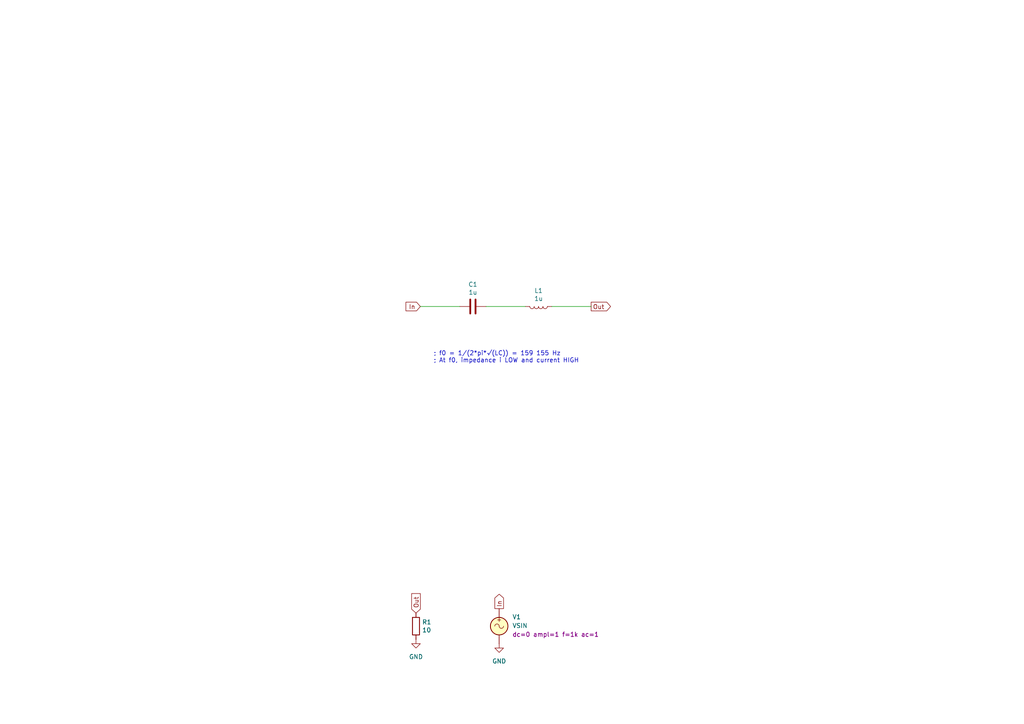
<source format=kicad_sch>
(kicad_sch (version 20250114) (generator "eeschema") (generator_version "9.0")
  (paper "A4")
  (title_block (title "LC Series resonance") (date "2025-09-13") (company "GitHub/OJStuff"))
  (lib_symbols
    (symbol "Device:C" (pin_numbers (hide yes)) (pin_names (offset 0.254))
      (property "Reference" "C" (at 0.635 2.54 0))
      (property "Value" "C" (at 0.635 -2.54 0))
      (symbol "C_0_1"
        (polyline (pts (xy -2.032 0.762) (xy 2.032 0.762)) (stroke (width 0.508)))
        (polyline (pts (xy -2.032 -0.762) (xy 2.032 -0.762)) (stroke (width 0.508)))
      )
      (symbol "C_1_1"
        (pin passive line (at 0 3.81 270) (length 2.794) (name "~") (number "1"))
        (pin passive line (at 0 -3.81 90) (length 2.794) (name "~") (number "2"))
      )
    )
    (symbol "Device:L" (pin_numbers (hide yes)) (pin_names (offset 1.016) (hide yes))
      (property "Reference" "L" (at -1.27 0 90))
      (property "Value" "L" (at 1.905 0 90))
      (symbol "L_0_1"
        (arc (start 0 2.54) (mid 0.6323 1.905) (end 0 1.27))
        (arc (start 0 1.27) (mid 0.6323 0.635) (end 0 0))
        (arc (start 0 0) (mid 0.6323 -0.635) (end 0 -1.27))
        (arc (start 0 -1.27) (mid 0.6323 -1.905) (end 0 -2.54))
      )
      (symbol "L_1_1"
        (pin passive line (at 0 3.81 270) (length 1.27) (name "1") (number "1"))
        (pin passive line (at 0 -3.81 90) (length 1.27) (name "2") (number "2"))
      )
    )
    (symbol "Device:R" (pin_numbers (hide yes)) (pin_names (offset 0))
      (property "Reference" "R" (at 2.032 0 90))
      (property "Value" "R" (at 0 0 90))
      (symbol "R_0_1"
        (rectangle (start -1.016 -2.54) (end 1.016 2.54) (stroke (width 0.254)))
      )
      (symbol "R_1_1"
        (pin passive line (at 0 3.81 270) (length 1.27) (name "~") (number "1"))
        (pin passive line (at 0 -3.81 90) (length 1.27) (name "~") (number "2"))
      )
    )
    (symbol "Simulation_SPICE:VSIN" (pin_numbers (hide yes)) (pin_names (offset 0.0254))
      (property "Reference" "V" (at 2.54 2.54 0))
      (property "Value" "VSIN" (at 2.54 0 0))
      (property "Sim.Params" "dc=0 ampl=1 f=1k ac=1" (at 2.54 -2.54 0))
      (symbol "VSIN_0_0"
        (arc (start -1.27 0) (mid -0.635 0.6323) (end 0 0))
        (arc (start 1.27 0) (mid 0.635 -0.6323) (end 0 0))
        (text "+" (at 0 1.905 0) (effects (font (size 1.27 1.27))))
      )
      (symbol "VSIN_0_1"
        (circle (center 0 0) (radius 2.54) (stroke (width 0.254)) (fill (type background)))
      )
      (symbol "VSIN_1_1"
        (pin passive line (at 0 5.08 270) (length 2.54) (name "~") (number "1"))
        (pin passive line (at 0 -5.08 90) (length 2.54) (name "~") (number "2"))
      )
    )
    (symbol "power:GND" (power) (pin_numbers (hide yes)) (pin_names (offset 0) (hide yes))
      (property "Value" "GND" (at 0 -3.81 0))
      (symbol "GND_0_1"
        (polyline (pts (xy 0 0) (xy 0 -1.27) (xy 1.27 -1.27) (xy 0 -2.54) (xy -1.27 -1.27) (xy 0 -1.27)))
      )
      (symbol "GND_1_1"
        (pin power_in line (at 0 0 270) (length 0) (name "~") (number "1"))
      )
    )
  )
  (text "; f0 = 1/(2*pi*√(LC)) = 159 155 Hz\n; At f0, impedance i LOW and current HIGH" (at 125.73 105.41 0) (effects (font (size 1.27 1.27)) (justify left bottom)))
  (wire (pts (xy 160.02 88.9) (xy 171.45 88.9)))
  (wire (pts (xy 121.92 88.9) (xy 133.35 88.9)))
  (wire (pts (xy 140.97 88.9) (xy 152.4 88.9)))
  (global_label "In" (shape output) (at 144.78 176.53 90) (property "Intersheetrefs" "${INTERSHEET_REFS}" (effects (hide yes))))
  (global_label "In" (shape input) (at 121.92 88.9 180) (property "Intersheetrefs" "${INTERSHEET_REFS}" (effects (hide yes))))
  (global_label "Out" (shape input) (at 120.65 177.8 90) (property "Intersheetrefs" "${INTERSHEET_REFS}" (effects (hide yes))))
  (global_label "Out" (shape output) (at 171.45 88.9 0) (property "Intersheetrefs" "${INTERSHEET_REFS}" (effects (hide yes))))
  (symbol (lib_id "power:GND") (at 144.78 186.69 0) (unit 1)
    (property "Reference" "#PWR02" (effects (hide yes)))
    (property "Value" "GND" (at 144.78 191.77 0))
    (property "Description" "Power symbol creates a global label with name \"GND\" , ground" (effects (hide yes)))
  )
  (symbol (lib_id "power:GND") (at 120.65 185.42 0) (unit 1)
    (property "Reference" "#PWR01" (effects (hide yes)))
    (property "Value" "GND" (at 120.65 190.5 0))
    (property "Description" "Power symbol creates a global label with name \"GND\" , ground" (effects (hide yes)))
  )
  (symbol (lib_id "Device:R") (at 120.65 181.61 0) (unit 1)
    (property "Reference" "R1" (at 122.428 180.4416 0) (effects (justify left)))
    (property "Value" "10" (at 122.428 182.753 0) (effects (justify left)))
  )
  (symbol (lib_id "Simulation_SPICE:VSIN") (at 144.78 181.61 0) (unit 1)
    (property "Reference" "V1" (at 148.59 178.9401 0) (effects (justify left)))
    (property "Value" "VSIN" (at 148.59 181.4801 0) (effects (justify left)))
    (property "Datasheet" "https://ngspice.sourceforge.io/docs/ngspice-html-manual/manual.xhtml#sec_Independent_Sources_for" (effects (hide yes)))
    (property "Description" "Voltage source, sinusoidal" (effects (hide yes)))
    (property "Sim.Pins" "1=+ 2=-" (effects (hide yes)))
    (property "Sim.Params" "dc=0 ampl=1 f=1k ac=1" (at 148.59 184.0201 0) (effects (justify left)))
    (property "Sim.Type" "SIN" (effects (hide yes)))
    (property "Sim.Device" "V" (effects (hide yes)))
  )
  (symbol (lib_id "Device:L") (at 156.21 88.9 270) (unit 1)
    (property "Reference" "L1" (at 156.21 84.3026 90))
    (property "Value" "1u" (at 156.21 86.614 90))
  )
  (symbol (lib_id "Device:C") (at 137.16 88.9 270) (unit 1)
    (property "Reference" "C1" (at 137.16 82.4992 90))
    (property "Value" "1u" (at 137.16 84.8106 90))
  )
)
</source>
